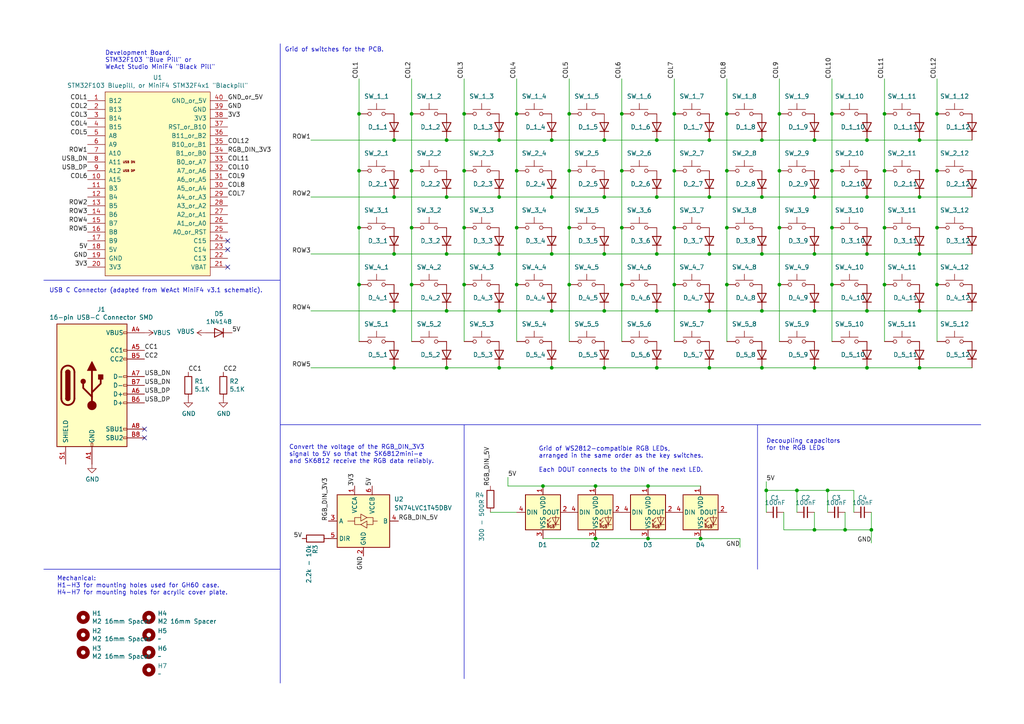
<source format=kicad_sch>
(kicad_sch (version 20230121) (generator eeschema)
  (paper "A4")
  (title_block (title "X-2, ARM-Devboard variant of peej's Lumberjack") (date "2022-07-02") (rev "2022.1") (company "Richard Goulter (github.com/rgoulter)") (comment 1 "Feature: 4x WS2812B RGB LEDs.") (comment 2 "Feature: an External USB-C connector.") (comment 3 "Uses pads common to both the Bluepill devboard and the WeAct MiniF4.") (comment 4 "Keyboard PCB; 12x5 matrix."))
  (junction (at 114.3 106.68))
  (junction (at 210.82 33.02))
  (junction (at 236.22 40.64))
  (junction (at 104.14 66.04))
  (junction (at 175.26 73.66))
  (junction (at 175.26 90.17))
  (junction (at 104.14 33.02))
  (junction (at 241.3 49.53))
  (junction (at 160.02 57.15))
  (junction (at 195.58 82.55))
  (junction (at 190.5 73.66))
  (junction (at 241.3 82.55))
  (junction (at 157.48 140.97))
  (junction (at 172.72 156.21))
  (junction (at 149.86 66.04))
  (junction (at 210.82 49.53))
  (junction (at 104.14 82.55))
  (junction (at 190.5 106.68))
  (junction (at 175.26 40.64))
  (junction (at 180.34 66.04))
  (junction (at 165.1 82.55))
  (junction (at 251.46 106.68))
  (junction (at 114.3 40.64))
  (junction (at 187.96 156.21))
  (junction (at 144.78 106.68))
  (junction (at 266.7 73.66))
  (junction (at 256.54 49.53))
  (junction (at 195.58 49.53))
  (junction (at 129.54 57.15))
  (junction (at 241.3 33.02))
  (junction (at 190.5 90.17))
  (junction (at 220.98 90.17))
  (junction (at 129.54 90.17))
  (junction (at 256.54 66.04))
  (junction (at 149.86 49.53))
  (junction (at 266.7 57.15))
  (junction (at 144.78 90.17))
  (junction (at 226.06 82.55))
  (junction (at 205.74 73.66))
  (junction (at 252.73 153.67))
  (junction (at 236.22 106.68))
  (junction (at 266.7 106.68))
  (junction (at 165.1 66.04))
  (junction (at 256.54 82.55))
  (junction (at 203.2 156.21))
  (junction (at 187.96 140.97))
  (junction (at 175.26 57.15))
  (junction (at 251.46 90.17))
  (junction (at 240.03 142.24))
  (junction (at 165.1 33.02))
  (junction (at 134.62 49.53))
  (junction (at 220.98 57.15))
  (junction (at 195.58 33.02))
  (junction (at 220.98 73.66))
  (junction (at 175.26 106.68))
  (junction (at 241.3 66.04))
  (junction (at 251.46 57.15))
  (junction (at 245.11 153.67))
  (junction (at 205.74 40.64))
  (junction (at 271.78 33.02))
  (junction (at 160.02 73.66))
  (junction (at 231.14 142.24))
  (junction (at 149.86 33.02))
  (junction (at 226.06 49.53))
  (junction (at 220.98 106.68))
  (junction (at 190.5 57.15))
  (junction (at 266.7 90.17))
  (junction (at 210.82 82.55))
  (junction (at 236.22 73.66))
  (junction (at 160.02 106.68))
  (junction (at 144.78 57.15))
  (junction (at 256.54 33.02))
  (junction (at 226.06 66.04))
  (junction (at 271.78 49.53))
  (junction (at 205.74 90.17))
  (junction (at 266.7 40.64))
  (junction (at 236.22 153.67))
  (junction (at 236.22 90.17))
  (junction (at 119.38 33.02))
  (junction (at 114.3 90.17))
  (junction (at 236.22 57.15))
  (junction (at 251.46 40.64))
  (junction (at 114.3 73.66))
  (junction (at 210.82 66.04))
  (junction (at 205.74 57.15))
  (junction (at 271.78 66.04))
  (junction (at 180.34 33.02))
  (junction (at 271.78 82.55))
  (junction (at 160.02 40.64))
  (junction (at 190.5 40.64))
  (junction (at 119.38 49.53))
  (junction (at 165.1 49.53))
  (junction (at 172.72 140.97))
  (junction (at 251.46 73.66))
  (junction (at 222.25 142.24))
  (junction (at 160.02 90.17))
  (junction (at 220.98 40.64))
  (junction (at 195.58 66.04))
  (junction (at 104.14 49.53))
  (junction (at 144.78 40.64))
  (junction (at 144.78 73.66))
  (junction (at 129.54 40.64))
  (junction (at 129.54 106.68))
  (junction (at 114.3 57.15))
  (junction (at 205.74 106.68))
  (junction (at 149.86 82.55))
  (junction (at 119.38 82.55))
  (junction (at 226.06 33.02))
  (junction (at 180.34 49.53))
  (junction (at 134.62 66.04))
  (junction (at 134.62 82.55))
  (junction (at 180.34 82.55))
  (junction (at 129.54 73.66))
  (junction (at 134.62 33.02))
  (junction (at 119.38 66.04))
  (no_connect (at 66.04 77.47))
  (no_connect (at 41.91 124.46))
  (no_connect (at 66.04 69.85))
  (no_connect (at 41.91 127))
  (no_connect (at 66.04 72.39))
  (wire (pts (xy 210.82 49.53) (xy 210.82 66.04)))
  (wire (pts (xy 165.1 33.02) (xy 165.1 49.53)))
  (wire (pts (xy 147.32 140.97) (xy 157.48 140.97)))
  (wire (pts (xy 172.72 156.21) (xy 187.96 156.21)))
  (wire (pts (xy 210.82 66.04) (xy 210.82 82.55)))
  (wire (pts (xy 134.62 49.53) (xy 134.62 66.04)))
  (wire (pts (xy 160.02 90.17) (xy 144.78 90.17)))
  (wire (pts (xy 104.14 49.53) (xy 104.14 66.04)))
  (wire (pts (xy 119.38 49.53) (xy 119.38 66.04)))
  (wire (pts (xy 187.96 156.21) (xy 203.2 156.21)))
  (wire (pts (xy 195.58 33.02) (xy 195.58 49.53)))
  (wire (pts (xy 149.86 66.04) (xy 149.86 82.55)))
  (wire (pts (xy 251.46 73.66) (xy 236.22 73.66)))
  (wire (pts (xy 245.11 148.59) (xy 245.11 153.67)))
  (wire (pts (xy 251.46 106.68) (xy 236.22 106.68)))
  (wire (pts (xy 175.26 73.66) (xy 190.5 73.66)))
  (wire (pts (xy 220.98 73.66) (xy 236.22 73.66)))
  (wire (pts (xy 205.74 106.68) (xy 190.5 106.68)))
  (wire (pts (xy 129.54 90.17) (xy 114.3 90.17)))
  (wire (pts (xy 144.78 106.68) (xy 129.54 106.68)))
  (wire (pts (xy 119.38 82.55) (xy 119.38 99.06)))
  (wire (pts (xy 226.06 66.04) (xy 226.06 82.55)))
  (wire (pts (xy 220.98 40.64) (xy 236.22 40.64)))
  (wire (pts (xy 175.26 57.15) (xy 190.5 57.15)))
  (wire (pts (xy 187.96 140.97) (xy 172.72 140.97)))
  (wire (pts (xy 266.7 106.68) (xy 251.46 106.68)))
  (wire (pts (xy 251.46 73.66) (xy 266.7 73.66)))
  (wire (pts (xy 175.26 57.15) (xy 160.02 57.15)))
  (wire (pts (xy 266.7 40.64) (xy 281.94 40.64)))
  (wire (pts (xy 104.14 33.02) (xy 104.14 49.53)))
  (wire (pts (xy 134.62 82.55) (xy 134.62 99.06)))
  (wire (pts (xy 114.3 57.15) (xy 129.54 57.15)))
  (wire (pts (xy 256.54 66.04) (xy 256.54 82.55)))
  (polyline (pts (xy 81.28 165.1) (xy 12.7 165.1)))
  (polyline (pts (xy 81.28 81.28) (xy 12.7 81.28)))
  (polyline (pts (xy 134.62 123.19) (xy 134.62 196.85)))
  (wire (pts (xy 165.1 49.53) (xy 165.1 66.04)))
  (wire (pts (xy 187.96 140.97) (xy 203.2 140.97)))
  (wire (pts (xy 220.98 90.17) (xy 205.74 90.17)))
  (wire (pts (xy 190.5 40.64) (xy 205.74 40.64)))
  (wire (pts (xy 172.72 140.97) (xy 157.48 140.97)))
  (wire (pts (xy 114.3 106.68) (xy 90.17 106.68)))
  (wire (pts (xy 281.94 73.66) (xy 266.7 73.66)))
  (wire (pts (xy 160.02 40.64) (xy 175.26 40.64)))
  (wire (pts (xy 119.38 33.02) (xy 119.38 49.53)))
  (wire (pts (xy 144.78 40.64) (xy 160.02 40.64)))
  (wire (pts (xy 241.3 22.86) (xy 241.3 33.02)))
  (wire (pts (xy 203.2 156.21) (xy 214.63 156.21)))
  (wire (pts (xy 129.54 106.68) (xy 114.3 106.68)))
  (wire (pts (xy 226.06 22.86) (xy 226.06 33.02)))
  (wire (pts (xy 144.78 73.66) (xy 160.02 73.66)))
  (wire (pts (xy 144.78 57.15) (xy 160.02 57.15)))
  (wire (pts (xy 236.22 57.15) (xy 251.46 57.15)))
  (wire (pts (xy 144.78 90.17) (xy 129.54 90.17)))
  (wire (pts (xy 220.98 106.68) (xy 205.74 106.68)))
  (wire (pts (xy 236.22 148.59) (xy 236.22 153.67)))
  (wire (pts (xy 149.86 82.55) (xy 149.86 99.06)))
  (wire (pts (xy 251.46 90.17) (xy 236.22 90.17)))
  (wire (pts (xy 226.06 33.02) (xy 226.06 49.53)))
  (wire (pts (xy 205.74 90.17) (xy 190.5 90.17)))
  (wire (pts (xy 190.5 57.15) (xy 205.74 57.15)))
  (wire (pts (xy 226.06 82.55) (xy 226.06 99.06)))
  (wire (pts (xy 114.3 90.17) (xy 90.17 90.17)))
  (wire (pts (xy 222.25 142.24) (xy 222.25 148.59)))
  (wire (pts (xy 180.34 22.86) (xy 180.34 33.02)))
  (wire (pts (xy 247.65 148.59) (xy 247.65 142.24)))
  (wire (pts (xy 149.86 22.86) (xy 149.86 33.02)))
  (wire (pts (xy 134.62 33.02) (xy 134.62 49.53)))
  (wire (pts (xy 195.58 22.86) (xy 195.58 33.02)))
  (wire (pts (xy 245.11 153.67) (xy 252.73 153.67)))
  (wire (pts (xy 266.7 57.15) (xy 281.94 57.15)))
  (wire (pts (xy 190.5 90.17) (xy 175.26 90.17)))
  (polyline (pts (xy 81.28 12.7) (xy 81.28 198.12)))
  (wire (pts (xy 119.38 22.86) (xy 119.38 33.02)))
  (wire (pts (xy 180.34 82.55) (xy 180.34 99.06)))
  (wire (pts (xy 231.14 148.59) (xy 231.14 142.24)))
  (wire (pts (xy 214.63 156.21) (xy 214.63 158.75)))
  (wire (pts (xy 236.22 40.64) (xy 251.46 40.64)))
  (wire (pts (xy 281.94 106.68) (xy 266.7 106.68)))
  (wire (pts (xy 157.48 156.21) (xy 172.72 156.21)))
  (wire (pts (xy 251.46 40.64) (xy 266.7 40.64)))
  (wire (pts (xy 149.86 49.53) (xy 149.86 66.04)))
  (wire (pts (xy 195.58 49.53) (xy 195.58 66.04)))
  (wire (pts (xy 190.5 40.64) (xy 175.26 40.64)))
  (wire (pts (xy 251.46 57.15) (xy 266.7 57.15)))
  (wire (pts (xy 236.22 153.67) (xy 245.11 153.67)))
  (wire (pts (xy 104.14 66.04) (xy 104.14 82.55)))
  (wire (pts (xy 175.26 106.68) (xy 190.5 106.68)))
  (wire (pts (xy 175.26 106.68) (xy 160.02 106.68)))
  (wire (pts (xy 241.3 66.04) (xy 241.3 82.55)))
  (wire (pts (xy 134.62 66.04) (xy 134.62 82.55)))
  (wire (pts (xy 180.34 66.04) (xy 180.34 82.55)))
  (wire (pts (xy 240.03 142.24) (xy 231.14 142.24)))
  (wire (pts (xy 281.94 90.17) (xy 266.7 90.17)))
  (wire (pts (xy 147.32 138.43) (xy 147.32 140.97)))
  (wire (pts (xy 256.54 49.53) (xy 256.54 66.04)))
  (wire (pts (xy 195.58 82.55) (xy 195.58 99.06)))
  (wire (pts (xy 271.78 82.55) (xy 271.78 99.06)))
  (wire (pts (xy 226.06 49.53) (xy 226.06 66.04)))
  (wire (pts (xy 266.7 90.17) (xy 251.46 90.17)))
  (wire (pts (xy 241.3 82.55) (xy 241.3 99.06)))
  (wire (pts (xy 180.34 49.53) (xy 180.34 66.04)))
  (wire (pts (xy 256.54 22.86) (xy 256.54 33.02)))
  (wire (pts (xy 104.14 22.86) (xy 104.14 33.02)))
  (wire (pts (xy 241.3 33.02) (xy 241.3 49.53)))
  (wire (pts (xy 210.82 82.55) (xy 210.82 99.06)))
  (wire (pts (xy 240.03 148.59) (xy 240.03 142.24)))
  (wire (pts (xy 210.82 33.02) (xy 210.82 49.53)))
  (wire (pts (xy 205.74 57.15) (xy 220.98 57.15)))
  (wire (pts (xy 129.54 40.64) (xy 144.78 40.64)))
  (wire (pts (xy 205.74 73.66) (xy 220.98 73.66)))
  (wire (pts (xy 160.02 73.66) (xy 175.26 73.66)))
  (wire (pts (xy 114.3 40.64) (xy 129.54 40.64)))
  (wire (pts (xy 205.74 40.64) (xy 220.98 40.64)))
  (wire (pts (xy 210.82 22.86) (xy 210.82 33.02)))
  (wire (pts (xy 256.54 33.02) (xy 256.54 49.53)))
  (wire (pts (xy 190.5 73.66) (xy 205.74 73.66)))
  (wire (pts (xy 241.3 49.53) (xy 241.3 66.04)))
  (wire (pts (xy 271.78 66.04) (xy 271.78 82.55)))
  (wire (pts (xy 247.65 142.24) (xy 240.03 142.24)))
  (wire (pts (xy 227.33 148.59) (xy 227.33 153.67)))
  (wire (pts (xy 252.73 148.59) (xy 252.73 153.67)))
  (wire (pts (xy 149.86 33.02) (xy 149.86 49.53)))
  (wire (pts (xy 180.34 33.02) (xy 180.34 49.53)))
  (wire (pts (xy 129.54 57.15) (xy 144.78 57.15)))
  (wire (pts (xy 160.02 106.68) (xy 144.78 106.68)))
  (wire (pts (xy 256.54 82.55) (xy 256.54 99.06)))
  (wire (pts (xy 252.73 153.67) (xy 252.73 157.48)))
  (polyline (pts (xy 219.71 123.19) (xy 219.71 165.1)))
  (wire (pts (xy 231.14 142.24) (xy 222.25 142.24)))
  (wire (pts (xy 114.3 73.66) (xy 90.17 73.66)))
  (wire (pts (xy 129.54 73.66) (xy 144.78 73.66)))
  (wire (pts (xy 104.14 82.55) (xy 104.14 99.06)))
  (wire (pts (xy 114.3 57.15) (xy 90.17 57.15)))
  (wire (pts (xy 114.3 40.64) (xy 90.17 40.64)))
  (wire (pts (xy 236.22 106.68) (xy 220.98 106.68)))
  (wire (pts (xy 119.38 66.04) (xy 119.38 82.55)))
  (wire (pts (xy 236.22 90.17) (xy 220.98 90.17)))
  (wire (pts (xy 271.78 22.86) (xy 271.78 33.02)))
  (wire (pts (xy 227.33 153.67) (xy 236.22 153.67)))
  (wire (pts (xy 134.62 22.86) (xy 134.62 33.02)))
  (wire (pts (xy 175.26 90.17) (xy 160.02 90.17)))
  (wire (pts (xy 165.1 82.55) (xy 165.1 99.06)))
  (polyline (pts (xy 81.28 123.19) (xy 284.48 123.19)))
  (wire (pts (xy 165.1 66.04) (xy 165.1 82.55)))
  (wire (pts (xy 271.78 49.53) (xy 271.78 66.04)))
  (wire (pts (xy 195.58 66.04) (xy 195.58 82.55)))
  (wire (pts (xy 165.1 22.86) (xy 165.1 33.02)))
  (wire (pts (xy 220.98 57.15) (xy 236.22 57.15)))
  (wire (pts (xy 114.3 73.66) (xy 129.54 73.66)))
  (wire (pts (xy 142.24 148.59) (xy 149.86 148.59)))
  (wire (pts (xy 271.78 33.02) (xy 271.78 49.53)))
  (wire (pts (xy 222.25 139.7) (xy 222.25 142.24)))
  (text "Grid of WS2812-compatible RGB LEDs,\narranged in the same order as the key switches.\n\nEach DOUT connects to the DIN of the next LED." (at 156.21 137.16 0) (effects (font (size 1.27 1.27)) (justify left bottom)))
  (text "USB C Connector (adapted from WeAct MiniF4 v3.1 schematic)." (at 76.2 85.09 0) (effects (font (size 1.27 1.27)) (justify right bottom)))
  (text "Decoupling capacitors\nfor the RGB LEDs" (at 222.25 130.81 0) (effects (font (size 1.27 1.27)) (justify left bottom)))
  (text "Convert the voltage of the RGB_DIN_3V3\nsignal to 5V so that the SK6812mini-e\nand SK6812 receive the RGB data reliably." (at 83.82 134.62 0) (effects (font (size 1.27 1.27)) (justify left bottom)))
  (text "Grid of switches for the PCB." (at 82.55 15.24 0) (effects (font (size 1.27 1.27)) (justify left bottom)))
  (text "Development Board,\nSTM32F103 \"Blue Pill\" or\nWeAct Studio MiniF4 \"Black Pill\"" (at 30.48 20.32 0) (effects (font (size 1.27 1.27)) (justify left bottom)))
  (text "Mechanical:\nH1-H3 for mounting holes used for GH60 case.\nH4-H7 for mounting holes for acrylic cover plate." (at 16.51 172.72 0) (effects (font (size 1.27 1.27)) (justify left bottom)))
  (label "COL8" (at 210.82 22.86 90))
  (label "USB_DP" (at 41.91 116.84 0))
  (label "GND" (at 25.4 74.93 180))
  (label "5V" (at 147.32 138.43 0))
  (label "RGB_DIN_5V" (at 115.57 151.13 0))
  (label "GND" (at 252.73 157.48 180))
  (label "CC2" (at 64.77 107.95 0))
  (label "COL1" (at 104.14 22.86 90))
  (label "COL3" (at 134.62 22.86 90))
  (label "GND" (at 214.63 158.75 180))
  (label "ROW5" (at 90.17 106.68 180))
  (label "GND" (at 66.04 31.75 0))
  (label "CC1" (at 41.91 101.6 0))
  (label "RGB_DIN_3V3" (at 66.04 44.45 0))
  (label "ROW5" (at 25.4 67.31 180))
  (label "USB_DN" (at 25.4 46.99 180))
  (label "COL5" (at 165.1 22.86 90))
  (label "ROW3" (at 25.4 62.23 180))
  (label "3V3" (at 25.4 77.47 180))
  (label "COL10" (at 241.3 22.86 90))
  (label "5V" (at 25.4 72.39 180))
  (label "5V" (at 67.31 96.52 0))
  (label "COL1" (at 25.4 29.21 180))
  (label "RGB_DIN_3V3" (at 95.25 151.13 90))
  (label "ROW3" (at 90.17 73.66 180))
  (label "COL4" (at 149.86 22.86 90))
  (label "ROW2" (at 90.17 57.15 180))
  (label "USB_DP" (at 25.4 49.53 180))
  (label "RGB_DIN_5V" (at 142.24 140.97 90))
  (label "ROW2" (at 25.4 59.69 180))
  (label "COL7" (at 66.04 57.15 0))
  (label "COL10" (at 66.04 49.53 0))
  (label "COL4" (at 25.4 36.83 180))
  (label "COL12" (at 271.78 22.86 90))
  (label "5V" (at 107.95 140.97 90))
  (label "COL11" (at 256.54 22.86 90))
  (label "USB_DN" (at 41.91 109.22 0))
  (label "USB_DN" (at 41.91 111.76 0))
  (label "CC2" (at 41.91 104.14 0))
  (label "5V" (at 222.25 139.7 0))
  (label "ROW1" (at 25.4 44.45 180))
  (label "CC1" (at 54.61 107.95 0))
  (label "COL9" (at 66.04 52.07 0))
  (label "COL2" (at 25.4 31.75 180))
  (label "3V3" (at 102.87 140.97 90))
  (label "COL9" (at 226.06 22.86 90))
  (label "5V" (at 87.63 156.21 180))
  (label "COL12" (at 66.04 41.91 0))
  (label "COL6" (at 25.4 52.07 180))
  (label "ROW4" (at 25.4 64.77 180))
  (label "COL3" (at 25.4 34.29 180))
  (label "3V3" (at 66.04 34.29 0))
  (label "ROW4" (at 90.17 90.17 180))
  (label "USB_DP" (at 41.91 114.3 0))
  (label "COL5" (at 25.4 39.37 180))
  (label "ROW1" (at 90.17 40.64 180))
  (label "COL8" (at 66.04 54.61 0))
  (label "COL2" (at 119.38 22.86 90))
  (label "COL6" (at 180.34 22.86 90))
  (label "GND_or_5V" (at 66.04 29.21 0))
  (label "GND" (at 105.41 161.29 270))
  (label "COL11" (at 66.04 46.99 0))
  (label "COL7" (at 195.58 22.86 90))
  (symbol (lib_id "Switch:SW_Push") (at 109.22 33.02 0) (unit 1)
    (property "Reference" "SW_1_1" (at 109.22 27.94 0))
    (property "Value" "MX-compatible or Kailh Choc v1" (effects hide))
    (property "Footprint" "Library:CherryMX_Choc_Hotswap Single Side" (effects hide))
    (property "Description" "Mechanical Keyboard Switch" (effects hide))
  )
  (symbol (lib_id "LED:WS2812B") (at 157.48 148.59 0) (unit 1)
    (property "Reference" "D1" (at 158.75 158.75 0) (effects (justify right bottom)))
    (property "Value" "SK6812" (effects hide))
    (property "Footprint" "LED_SMD:LED_WS2812B_PLCC4_5.0x5.0mm_P3.2mm" (effects hide))
    (property "Datasheet" "https://cdn-shop.adafruit.com/datasheets/WS2812B.pdf" (effects hide))
    (property "Description" "RGB LED" (effects hide))
  )
  (symbol (lib_id "LED:WS2812B") (at 172.72 148.59 0) (unit 1)
    (property "Reference" "D2" (at 173.99 158.75 0) (effects (justify right bottom)))
    (property "Value" "SK6812" (effects hide))
    (property "Footprint" "LED_SMD:LED_WS2812B_PLCC4_5.0x5.0mm_P3.2mm" (effects hide))
    (property "Datasheet" "https://cdn-shop.adafruit.com/datasheets/WS2812B.pdf" (effects hide))
    (property "Description" "RGB LED" (effects hide))
  )
  (symbol (lib_id "LED:WS2812B") (at 187.96 148.59 0) (unit 1)
    (property "Reference" "D3" (at 189.23 158.75 0) (effects (justify right bottom)))
    (property "Value" "SK6812" (effects hide))
    (property "Footprint" "LED_SMD:LED_WS2812B_PLCC4_5.0x5.0mm_P3.2mm" (effects hide))
    (property "Datasheet" "https://cdn-shop.adafruit.com/datasheets/WS2812B.pdf" (effects hide))
    (property "Description" "RGB LED" (effects hide))
  )
  (symbol (lib_id "LED:WS2812B") (at 203.2 148.59 0) (unit 1)
    (property "Reference" "D4" (at 204.47 158.75 0) (effects (justify right bottom)))
    (property "Value" "SK6812" (effects hide))
    (property "Footprint" "LED_SMD:LED_WS2812B_PLCC4_5.0x5.0mm_P3.2mm" (effects hide))
    (property "Datasheet" "https://cdn-shop.adafruit.com/datasheets/WS2812B.pdf" (effects hide))
    (property "Description" "RGB LED" (effects hide))
  )
  (symbol (lib_id "Mechanical:MountingHole") (at 24.13 179.07 0) (unit 1)
    (property "Reference" "H1" (at 26.67 177.9016 0) (effects (justify left)))
    (property "Value" "M2 16mm Spacer" (at 26.67 180.213 0) (effects (justify left)))
    (property "Footprint" "MountingHole:MountingHole_2.2mm_M2_DIN965_Pad" (effects hide))
    (property "Description" "Acrylic Cover Mounting Hole" (effects hide))
  )
  (symbol (lib_id "Mechanical:MountingHole") (at 24.13 184.15 0) (unit 1)
    (property "Reference" "H2" (at 26.67 182.9816 0) (effects (justify left)))
    (property "Value" "M2 16mm Spacer" (at 26.67 185.293 0) (effects (justify left)))
    (property "Footprint" "MountingHole:MountingHole_2.2mm_M2_DIN965_Pad" (effects hide))
    (property "Description" "Acrylic Cover Mounting Hole" (effects hide))
  )
  (symbol (lib_id "Mechanical:MountingHole") (at 24.13 189.23 0) (unit 1)
    (property "Reference" "H3" (at 26.67 188.0616 0) (effects (justify left)))
    (property "Value" "M2 16mm Spacer" (at 26.67 190.373 0) (effects (justify left)))
    (property "Footprint" "MountingHole:MountingHole_2.2mm_M2_DIN965_Pad" (effects hide))
    (property "Description" "Acrylic Cover Mounting Hole" (effects hide))
  )
  (symbol (lib_id "Mechanical:MountingHole") (at 43.18 179.07 0) (unit 1)
    (property "Reference" "H4" (at 45.72 177.9016 0) (effects (justify left)))
    (property "Value" "M2 16mm Spacer" (at 45.72 180.213 0) (effects (justify left)))
    (property "Footprint" "MountingHole:MountingHole_2.2mm_M2_DIN965_Pad" (effects hide))
    (property "Description" "Acrylic Cover Mounting Hole" (effects hide))
  )
  (symbol (lib_id "Mechanical:MountingHole") (at 43.18 184.15 0) (unit 1)
    (property "Reference" "H5" (at 45.72 182.9816 0) (effects (justify left)))
    (property "Value" "~" (at 45.72 185.293 0) (effects (justify left)))
    (property "Footprint" "ProjectLocal:Bumpon_3M_F0502" (effects hide))
    (property "Description" "GH-60 Case Mounting Hole" (effects hide))
  )
  (symbol (lib_id "Mechanical:MountingHole") (at 43.18 189.23 0) (unit 1)
    (property "Reference" "H6" (at 45.72 188.0616 0) (effects (justify left)))
    (property "Value" "~" (at 45.72 190.373 0) (effects (justify left)))
    (property "Footprint" "ProjectLocal:H_M2_Spacer_Hole" (effects hide))
    (property "Description" "GH-60 Case Mounting Hole" (effects hide))
  )
  (symbol (lib_id "Mechanical:MountingHole") (at 43.18 194.31 0) (unit 1)
    (property "Reference" "H7" (at 45.72 193.1416 0) (effects (justify left)))
    (property "Value" "~" (at 45.72 195.453 0) (effects (justify left)))
    (property "Footprint" "ProjectLocal:H_M2_Spacer_Hole" (effects hide))
    (property "Description" "GH-60 Case Mounting Hole" (effects hide))
  )
  (symbol (lib_id "Device:C_Small") (at 224.79 148.59 270) (unit 1)
    (property "Reference" "C1" (at 224.79 145.1102 90) (effects (justify bottom)))
    (property "Value" "100nF" (at 224.79 145.0848 90) (effects (justify top)))
    (property "Footprint" "ProjectLocal:C_0805_2012Metric_Pad1.18x1.45mm_HandSolder_Dual" (effects hide))
    (property "Description" "Capacitor (Through-hole or 0805)" (effects hide))
  )
  (symbol (lib_id "Logic_LevelTranslator:SN74LVC1T45DBV") (at 105.41 151.13 0) (unit 1)
    (property "Reference" "U2" (at 114.3 144.78 0) (effects (justify left)))
    (property "Value" "SN74LVC1T45DBV" (at 114.3 147.32 0) (effects (justify left)))
    (property "Footprint" "Package_TO_SOT_SMD:SOT-23-6_Handsoldering" (effects hide))
    (property "Datasheet" "http://www.ti.com/lit/ds/symlink/sn74lvc1t45.pdf" (effects hide))
    (property "Description" "Logic Level Shifter" (effects hide))
  )
  (symbol (lib_id "Device:R") (at 91.44 156.21 270) (unit 1)
    (property "Reference" "R3" (at 91.44 157.988 0) (effects (justify left)))
    (property "Value" "2.2k - 10k" (at 90.297 157.988 0) (effects (justify left top)))
    (property "Footprint" "ProjectLocal:Resistor-Hybrid" (effects hide))
    (property "Description" "Resistor (1/4W through-hole, or 0805)" (effects hide))
  )
  (symbol (lib_id "Device:C_Small") (at 233.68 148.59 270) (unit 1)
    (property "Reference" "C2" (at 233.68 145.1102 90) (effects (justify bottom)))
    (property "Value" "100nF" (at 233.68 145.0848 90) (effects (justify top)))
    (property "Footprint" "ProjectLocal:C_0805_2012Metric_Pad1.18x1.45mm_HandSolder_Dual" (effects hide))
    (property "Description" "Capacitor (Through-hole or 0805)" (effects hide))
  )
  (symbol (lib_id "Device:C_Small") (at 250.19 148.59 270) (unit 1)
    (property "Reference" "C4" (at 250.19 145.1102 90) (effects (justify bottom)))
    (property "Value" "100nF" (at 250.19 145.0848 90) (effects (justify top)))
    (property "Footprint" "ProjectLocal:C_0805_2012Metric_Pad1.18x1.45mm_HandSolder_Dual" (effects hide))
    (property "Description" "Capacitor (Through-hole or 0805)" (effects hide))
  )
  (symbol (lib_id "Device:C_Small") (at 242.57 148.59 270) (unit 1)
    (property "Reference" "C3" (at 242.57 145.1102 90) (effects (justify bottom)))
    (property "Value" "100nF" (at 242.57 145.0848 90) (effects (justify top)))
    (property "Footprint" "ProjectLocal:C_0805_2012Metric_Pad1.18x1.45mm_HandSolder_Dual" (effects hide))
    (property "Description" "Capacitor (Through-hole or 0805)" (effects hide))
  )
  (symbol (lib_id "Device:R") (at 142.24 144.78 0) (unit 1)
    (property "Reference" "R4" (at 140.462 143.6116 0) (effects (justify right)))
    (property "Value" "300 - 500R" (at 139.7 144.78 90) (effects (justify right)))
    (property "Footprint" "ProjectLocal:Resistor-Hybrid" (effects hide))
    (property "Description" "Resistor (1/4W through-hole, or 0805)" (effects hide))
  )
  (symbol (lib_id "ProjectLocal:BluePill_or_MiniF4_DIP40") (at 45.72 52.07 0) (unit 1)
    (property "Reference" "U1" (at 45.72 22.479 0))
    (property "Value" "STM32F103 Bluepill, or MiniF4 STM32F4x1 \"Blackpill\"" (at 45.72 24.7904 0))
    (property "Footprint" "Package_DIP:DIP-40_W15.24mm_Socket" (effects hide))
    (property "Description" "DIP-40 STM32 Development Board" (effects hide))
    (property "Comment" "Ideally, use a DIP-40 socket with round pins, or cut down a SIP header with round pins" (effects hide))
  )
  (symbol (lib_id "Connector:USB_C_Receptacle_USB2.0") (at 26.67 111.76 0) (unit 1)
    (property "Reference" "J1" (at 29.3878 89.7382 0))
    (property "Value" "16-pin USB-C Connector SMD" (at 29.3878 92.0496 0))
    (property "Footprint" "Connector_USB:USB_C_Receptacle_XKB_U262-16XN-4BVC11" (effects hide))
    (property "Datasheet" "https://www.usb.org/sites/default/files/documents/usb_type-c.zip" (effects hide))
    (property "Description" "USB-C Connector" (effects hide))
  )
  (symbol (lib_id "Device:D") (at 63.5 96.52 180) (unit 1)
    (property "Reference" "D5" (at 63.5 91.0082 0))
    (property "Value" "1N4148" (at 63.5 93.3196 0))
    (property "Footprint" "Keebio-Parts:Diode-dual" (effects hide))
    (property "Description" "Diode (Through-hole or 0805)" (effects hide))
  )
  (symbol (lib_id "Device:R") (at 54.61 111.76 0) (unit 1)
    (property "Reference" "R1" (at 56.388 110.5916 0) (effects (justify left)))
    (property "Value" "5.1K" (at 56.388 112.903 0) (effects (justify left)))
    (property "Footprint" "ProjectLocal:Resistor-Hybrid" (effects hide))
    (property "Description" "Resistor (1/4W through-hole, or 0805)" (effects hide))
  )
  (symbol (lib_id "Device:R") (at 64.77 111.76 0) (unit 1)
    (property "Reference" "R2" (at 66.548 110.5916 0) (effects (justify left)))
    (property "Value" "5.1K" (at 66.548 112.903 0) (effects (justify left)))
    (property "Footprint" "ProjectLocal:Resistor-Hybrid" (effects hide))
    (property "Description" "Resistor (1/4W through-hole, or 0805)" (effects hide))
  )
  (symbol (lib_id "power:GND") (at 26.67 134.62 0) (unit 1)
    (property "Reference" "#PWR0101" (effects hide))
    (property "Value" "GND" (at 26.797 139.0142 0))
  )
  (symbol (lib_id "power:VBUS") (at 41.91 96.52 270) (unit 1)
    (property "Reference" "#PWR0102" (effects hide))
    (property "Value" "VBUS" (at 46.99 96.52 90))
  )
  (symbol (lib_id "power:VBUS") (at 59.69 96.52 90) (unit 1)
    (property "Reference" "#PWR0103" (effects hide))
    (property "Value" "VBUS" (at 56.4642 96.139 90) (effects (justify left)))
  )
  (symbol (lib_id "power:GND") (at 54.61 115.57 0) (unit 1)
    (property "Reference" "#PWR0104" (effects hide))
    (property "Value" "GND" (at 54.737 119.9642 0))
  )
  (symbol (lib_id "power:GND") (at 64.77 115.57 0) (unit 1)
    (property "Reference" "#PWR0105" (effects hide))
    (property "Value" "GND" (at 64.897 119.9642 0))
  )
  (symbol (lib_id "Device:D") (at 114.3 36.83 90) (unit 1)
    (property "Reference" "D_1_1" (at 106.68 36.83 90) (effects (justify right)))
    (property "Value" "1N4148" (effects hide))
    (property "Footprint" "Keebio-Parts:Diode-dual" (effects hide))
    (property "Description" "Diode (Through-hole or 0805)" (effects hide))
  )
  (symbol (lib_id "Switch:SW_Push") (at 124.46 33.02 0) (unit 1)
    (property "Reference" "SW_1_2" (at 124.46 27.94 0))
    (property "Value" "MX-compatible or Kailh Choc v1" (effects hide))
    (property "Footprint" "Library:CherryMX_Choc_Hotswap Single Side" (effects hide))
    (property "Description" "Mechanical Keyboard Switch" (effects hide))
  )
  (symbol (lib_id "Device:D") (at 129.54 36.83 90) (unit 1)
    (property "Reference" "D_1_2" (at 121.92 36.83 90) (effects (justify right)))
    (property "Value" "1N4148" (effects hide))
    (property "Footprint" "Keebio-Parts:Diode-dual" (effects hide))
    (property "Description" "Diode (Through-hole or 0805)" (effects hide))
  )
  (symbol (lib_id "Switch:SW_Push") (at 139.7 33.02 0) (unit 1)
    (property "Reference" "SW_1_3" (at 139.7 27.94 0))
    (property "Value" "MX-compatible or Kailh Choc v1" (effects hide))
    (property "Footprint" "Library:CherryMX_Choc_Hotswap Single Side" (effects hide))
    (property "Description" "Mechanical Keyboard Switch" (effects hide))
  )
  (symbol (lib_id "Switch:SW_Push") (at 154.94 33.02 0) (unit 1)
    (property "Reference" "SW_1_4" (at 154.94 27.94 0))
    (property "Value" "MX-compatible or Kailh Choc v1" (effects hide))
    (property "Footprint" "Library:CherryMX_Choc_Hotswap Single Side" (effects hide))
    (property "Description" "Mechanical Keyboard Switch" (effects hide))
  )
  (symbol (lib_id "Switch:SW_Push") (at 170.18 33.02 0) (unit 1)
    (property "Reference" "SW_1_5" (at 170.18 27.94 0))
    (property "Value" "MX-compatible or Kailh Choc v1" (effects hide))
    (property "Footprint" "Library:CherryMX_Choc_Hotswap Single Side" (effects hide))
    (property "Description" "Mechanical Keyboard Switch" (effects hide))
  )
  (symbol (lib_id "Switch:SW_Push") (at 185.42 33.02 0) (unit 1)
    (property "Reference" "SW_1_6" (at 185.42 27.94 0))
    (property "Value" "MX-compatible or Kailh Choc v1" (effects hide))
    (property "Footprint" "Library:CherryMX_Choc_Hotswap Single Side" (effects hide))
    (property "Description" "Mechanical Keyboard Switch" (effects hide))
  )
  (symbol (lib_id "Switch:SW_Push") (at 200.66 33.02 0) (unit 1)
    (property "Reference" "SW_1_7" (at 200.66 27.94 0))
    (property "Value" "MX-compatible or Kailh Choc v1" (effects hide))
    (property "Footprint" "Library:CherryMX_Choc_Hotswap Single Side" (effects hide))
    (property "Description" "Mechanical Keyboard Switch" (effects hide))
  )
  (symbol (lib_id "Switch:SW_Push") (at 215.9 33.02 0) (unit 1)
    (property "Reference" "SW_1_8" (at 215.9 27.94 0))
    (property "Value" "MX-compatible or Kailh Choc v1" (effects hide))
    (property "Footprint" "Library:CherryMX_Choc_Hotswap Single Side" (effects hide))
    (property "Description" "Mechanical Keyboard Switch" (effects hide))
  )
  (symbol (lib_id "Switch:SW_Push") (at 231.14 33.02 0) (unit 1)
    (property "Reference" "SW_1_9" (at 231.14 27.94 0))
    (property "Value" "MX-compatible or Kailh Choc v1" (effects hide))
    (property "Footprint" "Library:CherryMX_Choc_Hotswap Single Side" (effects hide))
    (property "Description" "Mechanical Keyboard Switch" (effects hide))
  )
  (symbol (lib_id "Switch:SW_Push") (at 246.38 33.02 0) (unit 1)
    (property "Reference" "SW_1_10" (at 246.38 27.94 0))
    (property "Value" "MX-compatible or Kailh Choc v1" (effects hide))
    (property "Footprint" "Library:CherryMX_Choc_Hotswap Single Side" (effects hide))
    (property "Description" "Mechanical Keyboard Switch" (effects hide))
  )
  (symbol (lib_id "Switch:SW_Push") (at 261.62 33.02 0) (unit 1)
    (property "Reference" "SW_1_11" (at 261.62 27.94 0))
    (property "Value" "MX-compatible or Kailh Choc v1" (effects hide))
    (property "Footprint" "Library:CherryMX_Choc_Hotswap Single Side" (effects hide))
    (property "Description" "Mechanical Keyboard Switch" (effects hide))
  )
  (symbol (lib_id "Switch:SW_Push") (at 276.86 33.02 0) (unit 1)
    (property "Reference" "SW_1_12" (at 276.86 27.94 0))
    (property "Value" "MX-compatible or Kailh Choc v1" (effects hide))
    (property "Footprint" "Library:CherryMX_Choc_Hotswap Single Side" (effects hide))
    (property "Description" "Mechanical Keyboard Switch" (effects hide))
  )
  (symbol (lib_id "Switch:SW_Push") (at 109.22 49.53 0) (unit 1)
    (property "Reference" "SW_2_1" (at 109.22 44.45 0))
    (property "Value" "MX-compatible or Kailh Choc v1" (effects hide))
    (property "Footprint" "Library:CherryMX_Choc_Hotswap Single Side" (effects hide))
    (property "Description" "Mechanical Keyboard Switch" (effects hide))
  )
  (symbol (lib_id "Device:D") (at 114.3 53.34 90) (unit 1)
    (property "Reference" "D_2_1" (at 106.68 53.34 90) (effects (justify right)))
    (property "Value" "1N4148" (effects hide))
    (property "Footprint" "Keebio-Parts:Diode-dual" (effects hide))
    (property "Description" "Diode (Through-hole or 0805)" (effects hide))
  )
  (symbol (lib_id "Switch:SW_Push") (at 109.22 66.04 0) (unit 1)
    (property "Reference" "SW_3_1" (at 109.22 60.96 0))
    (property "Value" "MX-compatible or Kailh Choc v1" (effects hide))
    (property "Footprint" "Library:CherryMX_Choc_Hotswap Single Side" (effects hide))
    (property "Description" "Mechanical Keyboard Switch" (effects hide))
  )
  (symbol (lib_id "Device:D") (at 114.3 69.85 90) (unit 1)
    (property "Reference" "D_3_1" (at 106.68 69.85 90) (effects (justify right)))
    (property "Value" "1N4148" (effects hide))
    (property "Footprint" "Keebio-Parts:Diode-dual" (effects hide))
    (property "Description" "Diode (Through-hole or 0805)" (effects hide))
  )
  (symbol (lib_id "Switch:SW_Push") (at 109.22 82.55 0) (unit 1)
    (property "Reference" "SW_4_1" (at 109.22 77.47 0))
    (property "Value" "MX-compatible or Kailh Choc v1" (effects hide))
    (property "Footprint" "Library:CherryMX_Choc_Hotswap Single Side" (effects hide))
    (property "Description" "Mechanical Keyboard Switch" (effects hide))
  )
  (symbol (lib_id "Device:D") (at 114.3 86.36 90) (unit 1)
    (property "Reference" "D_4_1" (at 106.68 86.36 90) (effects (justify right)))
    (property "Value" "1N4148" (effects hide))
    (property "Footprint" "Keebio-Parts:Diode-dual" (effects hide))
    (property "Description" "Diode (Through-hole or 0805)" (effects hide))
  )
  (symbol (lib_id "Switch:SW_Push") (at 109.22 99.06 0) (unit 1)
    (property "Reference" "SW_5_1" (at 109.22 93.98 0))
    (property "Value" "MX-compatible or Kailh Choc v1" (effects hide))
    (property "Footprint" "Library:CherryMX_Choc_Hotswap Single Side" (effects hide))
    (property "Description" "Mechanical Keyboard Switch" (effects hide))
  )
  (symbol (lib_id "Device:D") (at 114.3 102.87 90) (unit 1)
    (property "Reference" "D_5_1" (at 106.68 102.87 90) (effects (justify right)))
    (property "Value" "1N4148" (effects hide))
    (property "Footprint" "Keebio-Parts:Diode-dual" (effects hide))
    (property "Description" "Diode (Through-hole or 0805)" (effects hide))
  )
  (symbol (lib_id "Switch:SW_Push") (at 124.46 49.53 0) (unit 1)
    (property "Reference" "SW_2_2" (at 124.46 44.45 0))
    (property "Value" "MX-compatible or Kailh Choc v1" (effects hide))
    (property "Footprint" "Library:CherryMX_Choc_Hotswap Single Side" (effects hide))
    (property "Description" "Mechanical Keyboard Switch" (effects hide))
  )
  (symbol (lib_id "Switch:SW_Push") (at 139.7 49.53 0) (unit 1)
    (property "Reference" "SW_2_3" (at 139.7 44.45 0))
    (property "Value" "MX-compatible or Kailh Choc v1" (effects hide))
    (property "Footprint" "Library:CherryMX_Choc_Hotswap Single Side" (effects hide))
    (property "Description" "Mechanical Keyboard Switch" (effects hide))
  )
  (symbol (lib_id "Switch:SW_Push") (at 154.94 49.53 0) (unit 1)
    (property "Reference" "SW_2_4" (at 154.94 44.45 0))
    (property "Value" "MX-compatible or Kailh Choc v1" (effects hide))
    (property "Footprint" "Library:CherryMX_Choc_Hotswap Single Side" (effects hide))
    (property "Description" "Mechanical Keyboard Switch" (effects hide))
  )
  (symbol (lib_id "Switch:SW_Push") (at 170.18 49.53 0) (unit 1)
    (property "Reference" "SW_2_5" (at 170.18 44.45 0))
    (property "Value" "MX-compatible or Kailh Choc v1" (effects hide))
    (property "Footprint" "Library:CherryMX_Choc_Hotswap Single Side" (effects hide))
    (property "Description" "Mechanical Keyboard Switch" (effects hide))
  )
  (symbol (lib_id "Switch:SW_Push") (at 185.42 49.53 0) (unit 1)
    (property "Reference" "SW_2_6" (at 185.42 44.45 0))
    (property "Value" "MX-compatible or Kailh Choc v1" (effects hide))
    (property "Footprint" "Library:CherryMX_Choc_Hotswap Single Side" (effects hide))
    (property "Description" "Mechanical Keyboard Switch" (effects hide))
  )
  (symbol (lib_id "Switch:SW_Push") (at 200.66 49.53 0) (unit 1)
    (property "Reference" "SW_2_7" (at 200.66 44.45 0))
    (property "Value" "MX-compatible or Kailh Choc v1" (effects hide))
    (property "Footprint" "Library:CherryMX_Choc_Hotswap Single Side" (effects hide))
    (property "Description" "Mechanical Keyboard Switch" (effects hide))
  )
  (symbol (lib_id "Switch:SW_Push") (at 215.9 49.53 0) (unit 1)
    (property "Reference" "SW_2_8" (at 215.9 44.45 0))
    (property "Value" "MX-compatible or Kailh Choc v1" (effects hide))
    (property "Footprint" "Library:CherryMX_Choc_Hotswap Single Side" (effects hide))
    (property "Description" "Mechanical Keyboard Switch" (effects hide))
  )
  (symbol (lib_id "Switch:SW_Push") (at 231.14 49.53 0) (unit 1)
    (property "Reference" "SW_2_9" (at 231.14 44.45 0))
    (property "Value" "MX-compatible or Kailh Choc v1" (effects hide))
    (property "Footprint" "Library:CherryMX_Choc_Hotswap Single Side" (effects hide))
    (property "Description" "Mechanical Keyboard Switch" (effects hide))
  )
  (symbol (lib_id "Switch:SW_Push") (at 246.38 49.53 0) (unit 1)
    (property "Reference" "SW_2_10" (at 246.38 44.45 0))
    (property "Value" "MX-compatible or Kailh Choc v1" (effects hide))
    (property "Footprint" "Library:CherryMX_Choc_Hotswap Single Side" (effects hide))
    (property "Description" "Mechanical Keyboard Switch" (effects hide))
  )
  (symbol (lib_id "Switch:SW_Push") (at 261.62 49.53 0) (unit 1)
    (property "Reference" "SW_2_11" (at 261.62 44.45 0))
    (property "Value" "MX-compatible or Kailh Choc v1" (effects hide))
    (property "Footprint" "Library:CherryMX_Choc_Hotswap Single Side" (effects hide))
    (property "Description" "Mechanical Keyboard Switch" (effects hide))
  )
  (symbol (lib_id "Switch:SW_Push") (at 276.86 49.53 0) (unit 1)
    (property "Reference" "SW_2_12" (at 276.86 44.45 0))
    (property "Value" "MX-compatible or Kailh Choc v1" (effects hide))
    (property "Footprint" "Library:CherryMX_Choc_Hotswap Single Side" (effects hide))
    (property "Description" "Mechanical Keyboard Switch" (effects hide))
  )
  (symbol (lib_id "Switch:SW_Push") (at 124.46 66.04 0) (unit 1)
    (property "Reference" "SW_3_2" (at 124.46 60.96 0))
    (property "Value" "MX-compatible or Kailh Choc v1" (effects hide))
    (property "Footprint" "Library:CherryMX_Choc_Hotswap Single Side" (effects hide))
    (property "Description" "Mechanical Keyboard Switch" (effects hide))
  )
  (symbol (lib_id "Switch:SW_Push") (at 139.7 66.04 0) (unit 1)
    (property "Reference" "SW_3_3" (at 139.7 60.96 0))
    (property "Value" "MX-compatible or Kailh Choc v1" (effects hide))
    (property "Footprint" "Library:CherryMX_Choc_Hotswap Single Side" (effects hide))
    (property "Description" "Mechanical Keyboard Switch" (effects hide))
  )
  (symbol (lib_id "Switch:SW_Push") (at 154.94 66.04 0) (unit 1)
    (property "Reference" "SW_3_4" (at 154.94 60.96 0))
    (property "Value" "MX-compatible or Kailh Choc v1" (effects hide))
    (property "Footprint" "Library:CherryMX_Choc_Hotswap Single Side" (effects hide))
    (property "Description" "Mechanical Keyboard Switch" (effects hide))
  )
  (symbol (lib_id "Switch:SW_Push") (at 170.18 66.04 0) (unit 1)
    (property "Reference" "SW_3_5" (at 170.18 60.96 0))
    (property "Value" "MX-compatible or Kailh Choc v1" (effects hide))
    (property "Footprint" "Library:CherryMX_Choc_Hotswap Single Side" (effects hide))
    (property "Description" "Mechanical Keyboard Switch" (effects hide))
  )
  (symbol (lib_id "Switch:SW_Push") (at 185.42 66.04 0) (unit 1)
    (property "Reference" "SW_3_6" (at 185.42 60.96 0))
    (property "Value" "MX-compatible or Kailh Choc v1" (effects hide))
    (property "Footprint" "Library:CherryMX_Choc_Hotswap Single Side" (effects hide))
    (property "Description" "Mechanical Keyboard Switch" (effects hide))
  )
  (symbol (lib_id "Switch:SW_Push") (at 200.66 66.04 0) (unit 1)
    (property "Reference" "SW_3_7" (at 200.66 60.96 0))
    (property "Value" "MX-compatible or Kailh Choc v1" (effects hide))
    (property "Footprint" "Library:CherryMX_Choc_Hotswap Single Side" (effects hide))
    (property "Description" "Mechanical Keyboard Switch" (effects hide))
  )
  (symbol (lib_id "Switch:SW_Push") (at 215.9 66.04 0) (unit 1)
    (property "Reference" "SW_3_8" (at 215.9 60.96 0))
    (property "Value" "MX-compatible or Kailh Choc v1" (effects hide))
    (property "Footprint" "Library:CherryMX_Choc_Hotswap Single Side" (effects hide))
    (property "Description" "Mechanical Keyboard Switch" (effects hide))
  )
  (symbol (lib_id "Switch:SW_Push") (at 231.14 66.04 0) (unit 1)
    (property "Reference" "SW_3_9" (at 231.14 60.96 0))
    (property "Value" "MX-compatible or Kailh Choc v1" (effects hide))
    (property "Footprint" "Library:CherryMX_Choc_Hotswap Single Side" (effects hide))
    (property "Description" "Mechanical Keyboard Switch" (effects hide))
  )
  (symbol (lib_id "Switch:SW_Push") (at 246.38 66.04 0) (unit 1)
    (property "Reference" "SW_3_10" (at 246.38 60.96 0))
    (property "Value" "MX-compatible or Kailh Choc v1" (effects hide))
    (property "Footprint" "Library:CherryMX_Choc_Hotswap Single Side" (effects hide))
    (property "Description" "Mechanical Keyboard Switch" (effects hide))
  )
  (symbol (lib_id "Switch:SW_Push") (at 261.62 66.04 0) (unit 1)
    (property "Reference" "SW_3_11" (at 261.62 60.96 0))
    (property "Value" "MX-compatible or Kailh Choc v1" (effects hide))
    (property "Footprint" "Library:CherryMX_Choc_Hotswap Single Side" (effects hide))
    (property "Description" "Mechanical Keyboard Switch" (effects hide))
  )
  (symbol (lib_id "Switch:SW_Push") (at 276.86 66.04 0) (unit 1)
    (property "Reference" "SW_3_12" (at 276.86 60.96 0))
    (property "Value" "MX-compatible or Kailh Choc v1" (effects hide))
    (property "Footprint" "Library:CherryMX_Choc_Hotswap Single Side" (effects hide))
    (property "Description" "Mechanical Keyboard Switch" (effects hide))
  )
  (symbol (lib_id "Switch:SW_Push") (at 124.46 82.55 0) (unit 1)
    (property "Reference" "SW_4_2" (at 124.46 77.47 0))
    (property "Value" "MX-compatible or Kailh Choc v1" (effects hide))
    (property "Footprint" "Library:CherryMX_Choc_Hotswap Single Side" (effects hide))
    (property "Description" "Mechanical Keyboard Switch" (effects hide))
  )
  (symbol (lib_id "Switch:SW_Push") (at 139.7 82.55 0) (unit 1)
    (property "Reference" "SW_4_3" (at 139.7 77.47 0))
    (property "Value" "MX-compatible or Kailh Choc v1" (effects hide))
    (property "Footprint" "Library:CherryMX_Choc_Hotswap Single Side" (effects hide))
    (property "Description" "Mechanical Keyboard Switch" (effects hide))
  )
  (symbol (lib_id "Switch:SW_Push") (at 154.94 82.55 0) (unit 1)
    (property "Reference" "SW_4_4" (at 154.94 77.47 0))
    (property "Value" "MX-compatible or Kailh Choc v1" (effects hide))
    (property "Footprint" "Library:CherryMX_Choc_Hotswap Single Side" (effects hide))
    (property "Description" "Mechanical Keyboard Switch" (effects hide))
  )
  (symbol (lib_id "Switch:SW_Push") (at 170.18 82.55 0) (unit 1)
    (property "Reference" "SW_4_5" (at 170.18 77.47 0))
    (property "Value" "MX-compatible or Kailh Choc v1" (effects hide))
    (property "Footprint" "Library:CherryMX_Choc_Hotswap Single Side" (effects hide))
    (property "Description" "Mechanical Keyboard Switch" (effects hide))
  )
  (symbol (lib_id "Switch:SW_Push") (at 185.42 82.55 0) (unit 1)
    (property "Reference" "SW_4_6" (at 185.42 77.47 0))
    (property "Value" "MX-compatible or Kailh Choc v1" (effects hide))
    (property "Footprint" "Library:CherryMX_Choc_Hotswap Single Side" (effects hide))
    (property "Description" "Mechanical Keyboard Switch" (effects hide))
  )
  (symbol (lib_id "Switch:SW_Push") (at 200.66 82.55 0) (unit 1)
    (property "Reference" "SW_4_7" (at 200.66 77.47 0))
    (property "Value" "MX-compatible or Kailh Choc v1" (effects hide))
    (property "Footprint" "Library:CherryMX_Choc_Hotswap Single Side" (effects hide))
    (property "Description" "Mechanical Keyboard Switch" (effects hide))
  )
  (symbol (lib_id "Switch:SW_Push") (at 215.9 82.55 0) (unit 1)
    (property "Reference" "SW_4_8" (at 215.9 77.47 0))
    (property "Value" "MX-compatible or Kailh Choc v1" (effects hide))
    (property "Footprint" "Library:CherryMX_Choc_Hotswap Single Side" (effects hide))
    (property "Description" "Mechanical Keyboard Switch" (effects hide))
  )
  (symbol (lib_id "Switch:SW_Push") (at 231.14 82.55 0) (unit 1)
    (property "Reference" "SW_4_9" (at 231.14 77.47 0))
    (property "Value" "MX-compatible or Kailh Choc v1" (effects hide))
    (property "Footprint" "Library:CherryMX_Choc_Hotswap Single Side" (effects hide))
    (property "Description" "Mechanical Keyboard Switch" (effects hide))
  )
  (symbol (lib_id "Switch:SW_Push") (at 246.38 82.55 0) (unit 1)
    (property "Reference" "SW_4_10" (at 246.38 77.47 0))
    (property "Value" "MX-compatible or Kailh Choc v1" (effects hide))
    (property "Footprint" "Library:CherryMX_Choc_Hotswap Single Side" (effects hide))
    (property "Description" "Mechanical Keyboard Switch" (effects hide))
  )
  (symbol (lib_id "Switch:SW_Push") (at 261.62 82.55 0) (unit 1)
    (property "Reference" "SW_4_11" (at 261.62 77.47 0))
    (property "Value" "MX-compatible or Kailh Choc v1" (effects hide))
    (property "Footprint" "Library:CherryMX_Choc_Hotswap Single Side" (effects hide))
    (property "Description" "Mechanical Keyboard Switch" (effects hide))
  )
  (symbol (lib_id "Switch:SW_Push") (at 276.86 82.55 0) (unit 1)
    (property "Reference" "SW_4_12" (at 276.86 77.47 0))
    (property "Value" "MX-compatible or Kailh Choc v1" (effects hide))
    (property "Footprint" "Library:CherryMX_Choc_Hotswap Single Side" (effects hide))
    (property "Description" "Mechanical Keyboard Switch" (effects hide))
  )
  (symbol (lib_id "Switch:SW_Push") (at 124.46 99.06 0) (unit 1)
    (property "Reference" "SW_5_2" (at 124.46 93.98 0))
    (property "Value" "MX-compatible or Kailh Choc v1" (effects hide))
    (property "Footprint" "Library:CherryMX_Choc_Hotswap Single Side" (effects hide))
    (property "Description" "Mechanical Keyboard Switch" (effects hide))
  )
  (symbol (lib_id "Switch:SW_Push") (at 139.7 99.06 0) (unit 1)
    (property "Reference" "SW_5_3" (at 139.7 93.98 0))
    (property "Value" "MX-compatible or Kailh Choc v1" (effects hide))
    (property "Footprint" "Library:CherryMX_Choc_Hotswap Single Side" (effects hide))
    (property "Description" "Mechanical Keyboard Switch" (effects hide))
  )
  (symbol (lib_id "Switch:SW_Push") (at 154.94 99.06 0) (unit 1)
    (property "Reference" "SW_5_4" (at 154.94 93.98 0))
    (property "Value" "MX-compatible or Kailh Choc v1" (effects hide))
    (property "Footprint" "Library:CherryMX_Choc_Hotswap Single Side" (effects hide))
    (property "Description" "Mechanical Keyboard Switch" (effects hide))
  )
  (symbol (lib_id "Switch:SW_Push") (at 170.18 99.06 0) (unit 1)
    (property "Reference" "SW_5_5" (at 170.18 93.98 0))
    (property "Value" "MX-compatible or Kailh Choc v1" (effects hide))
    (property "Footprint" "Library:CherryMX_Choc_Hotswap Single Side" (effects hide))
    (property "Description" "Mechanical Keyboard Switch" (effects hide))
  )
  (symbol (lib_id "Switch:SW_Push") (at 185.42 99.06 0) (unit 1)
    (property "Reference" "SW_5_6" (at 185.42 93.98 0))
    (property "Value" "MX-compatible or Kailh Choc v1" (effects hide))
    (property "Footprint" "Library:CherryMX_Choc_Hotswap Single Side" (effects hide))
    (property "Description" "Mechanical Keyboard Switch" (effects hide))
  )
  (symbol (lib_id "Switch:SW_Push") (at 200.66 99.06 0) (unit 1)
    (property "Reference" "SW_5_7" (at 200.66 93.98 0))
    (property "Value" "MX-compatible or Kailh Choc v1" (effects hide))
    (property "Footprint" "Library:CherryMX_Choc_Hotswap Single Side" (effects hide))
    (property "Description" "Mechanical Keyboard Switch" (effects hide))
  )
  (symbol (lib_id "Switch:SW_Push") (at 215.9 99.06 0) (unit 1)
    (property "Reference" "SW_5_8" (at 215.9 93.98 0))
    (property "Value" "MX-compatible or Kailh Choc v1" (effects hide))
    (property "Footprint" "Library:CherryMX_Choc_Hotswap Single Side" (effects hide))
    (property "Description" "Mechanical Keyboard Switch" (effects hide))
  )
  (symbol (lib_id "Switch:SW_Push") (at 231.14 99.06 0) (unit 1)
    (property "Reference" "SW_5_9" (at 231.14 93.98 0))
    (property "Value" "MX-compatible or Kailh Choc v1" (effects hide))
    (property "Footprint" "Library:CherryMX_Choc_Hotswap Single Side" (effects hide))
    (property "Description" "Mechanical Keyboard Switch" (effects hide))
  )
  (symbol (lib_id "Switch:SW_Push") (at 246.38 99.06 0) (unit 1)
    (property "Reference" "SW_5_10" (at 246.38 93.98 0))
    (property "Value" "MX-compatible or Kailh Choc v1" (effects hide))
    (property "Footprint" "Library:CherryMX_Choc_Hotswap Single Side" (effects hide))
    (property "Description" "Mechanical Keyboard Switch" (effects hide))
  )
  (symbol (lib_id "Switch:SW_Push") (at 261.62 99.06 0) (unit 1)
    (property "Reference" "SW_5_11" (at 261.62 93.98 0))
    (property "Value" "MX-compatible or Kailh Choc v1" (effects hide))
    (property "Footprint" "Library:CherryMX_Choc_Hotswap Single Side" (effects hide))
    (property "Description" "Mechanical Keyboard Switch" (effects hide))
  )
  (symbol (lib_id "Switch:SW_Push") (at 276.86 99.06 0) (unit 1)
    (property "Reference" "SW_5_12" (at 276.86 93.98 0))
    (property "Value" "MX-compatible or Kailh Choc v1" (effects hide))
    (property "Footprint" "Library:CherryMX_Choc_Hotswap Single Side" (effects hide))
    (property "Description" "Mechanical Keyboard Switch" (effects hide))
  )
  (symbol (lib_id "Device:D") (at 144.78 36.83 90) (unit 1)
    (property "Reference" "D_1_3" (at 137.16 36.83 90) (effects (justify right)))
    (property "Value" "1N4148" (effects hide))
    (property "Footprint" "Keebio-Parts:Diode-dual" (effects hide))
    (property "Description" "Diode (Through-hole or 0805)" (effects hide))
  )
  (symbol (lib_id "Device:D") (at 160.02 36.83 90) (unit 1)
    (property "Reference" "D_1_4" (at 152.4 36.83 90) (effects (justify right)))
    (property "Value" "1N4148" (effects hide))
    (property "Footprint" "Keebio-Parts:Diode-dual" (effects hide))
    (property "Description" "Diode (Through-hole or 0805)" (effects hide))
  )
  (symbol (lib_id "Device:D") (at 175.26 36.83 90) (unit 1)
    (property "Reference" "D_1_5" (at 167.64 36.83 90) (effects (justify right)))
    (property "Value" "1N4148" (effects hide))
    (property "Footprint" "Keebio-Parts:Diode-dual" (effects hide))
    (property "Description" "Diode (Through-hole or 0805)" (effects hide))
  )
  (symbol (lib_id "Device:D") (at 190.5 36.83 90) (unit 1)
    (property "Reference" "D_1_6" (at 182.88 36.83 90) (effects (justify right)))
    (property "Value" "1N4148" (effects hide))
    (property "Footprint" "Keebio-Parts:Diode-dual" (effects hide))
    (property "Description" "Diode (Through-hole or 0805)" (effects hide))
  )
  (symbol (lib_id "Device:D") (at 205.74 36.83 90) (unit 1)
    (property "Reference" "D_1_7" (at 198.12 36.83 90) (effects (justify right)))
    (property "Value" "1N4148" (effects hide))
    (property "Footprint" "Keebio-Parts:Diode-dual" (effects hide))
    (property "Description" "Diode (Through-hole or 0805)" (effects hide))
  )
  (symbol (lib_id "Device:D") (at 220.98 36.83 90) (unit 1)
    (property "Reference" "D_1_8" (at 213.36 36.83 90) (effects (justify right)))
    (property "Value" "1N4148" (effects hide))
    (property "Footprint" "Keebio-Parts:Diode-dual" (effects hide))
    (property "Description" "Diode (Through-hole or 0805)" (effects hide))
  )
  (symbol (lib_id "Device:D") (at 236.22 36.83 90) (unit 1)
    (property "Reference" "D_1_9" (at 228.6 36.83 90) (effects (justify right)))
    (property "Value" "1N4148" (effects hide))
    (property "Footprint" "Keebio-Parts:Diode-dual" (effects hide))
    (property "Description" "Diode (Through-hole or 0805)" (effects hide))
  )
  (symbol (lib_id "Device:D") (at 251.46 36.83 90) (unit 1)
    (property "Reference" "D_1_10" (at 243.84 36.83 90) (effects (justify right)))
    (property "Value" "1N4148" (effects hide))
    (property "Footprint" "Keebio-Parts:Diode-dual" (effects hide))
    (property "Description" "Diode (Through-hole or 0805)" (effects hide))
  )
  (symbol (lib_id "Device:D") (at 266.7 36.83 90) (unit 1)
    (property "Reference" "D_1_11" (at 259.08 36.83 90) (effects (justify right)))
    (property "Value" "1N4148" (effects hide))
    (property "Footprint" "Keebio-Parts:Diode-dual" (effects hide))
    (property "Description" "Diode (Through-hole or 0805)" (effects hide))
  )
  (symbol (lib_id "Device:D") (at 281.94 36.83 90) (unit 1)
    (property "Reference" "D_1_12" (at 274.32 36.83 90) (effects (justify right)))
    (property "Value" "1N4148" (effects hide))
    (property "Footprint" "Keebio-Parts:Diode-dual" (effects hide))
    (property "Description" "Diode (Through-hole or 0805)" (effects hide))
  )
  (symbol (lib_id "Device:D") (at 190.5 53.34 90) (unit 1)
    (property "Reference" "D_2_6" (at 182.88 53.34 90) (effects (justify right)))
    (property "Value" "1N4148" (effects hide))
    (property "Footprint" "Keebio-Parts:Diode-dual" (effects hide))
    (property "Description" "Diode (Through-hole or 0805)" (effects hide))
  )
  (symbol (lib_id "Device:D") (at 190.5 69.85 90) (unit 1)
    (property "Reference" "D_3_6" (at 182.88 69.85 90) (effects (justify right)))
    (property "Value" "1N4148" (effects hide))
    (property "Footprint" "Keebio-Parts:Diode-dual" (effects hide))
    (property "Description" "Diode (Through-hole or 0805)" (effects hide))
  )
  (symbol (lib_id "Device:D") (at 190.5 86.36 90) (unit 1)
    (property "Reference" "D_4_6" (at 182.88 86.36 90) (effects (justify right)))
    (property "Value" "1N4148" (effects hide))
    (property "Footprint" "Keebio-Parts:Diode-dual" (effects hide))
    (property "Description" "Diode (Through-hole or 0805)" (effects hide))
  )
  (symbol (lib_id "Device:D") (at 129.54 102.87 90) (unit 1)
    (property "Reference" "D_5_2" (at 121.92 102.87 90) (effects (justify right)))
    (property "Value" "1N4148" (effects hide))
    (property "Footprint" "Keebio-Parts:Diode-dual" (effects hide))
    (property "Description" "Diode (Through-hole or 0805)" (effects hide))
  )
  (symbol (lib_id "Device:D") (at 144.78 102.87 90) (unit 1)
    (property "Reference" "D_5_3" (at 137.16 102.87 90) (effects (justify right)))
    (property "Value" "1N4148" (effects hide))
    (property "Footprint" "Keebio-Parts:Diode-dual" (effects hide))
    (property "Description" "Diode (Through-hole or 0805)" (effects hide))
  )
  (symbol (lib_id "Device:D") (at 160.02 102.87 90) (unit 1)
    (property "Reference" "D_5_4" (at 152.4 102.87 90) (effects (justify right)))
    (property "Value" "1N4148" (effects hide))
    (property "Footprint" "Keebio-Parts:Diode-dual" (effects hide))
    (property "Description" "Diode (Through-hole or 0805)" (effects hide))
  )
  (symbol (lib_id "Device:D") (at 175.26 102.87 90) (unit 1)
    (property "Reference" "D_5_5" (at 167.64 102.87 90) (effects (justify right)))
    (property "Value" "1N4148" (effects hide))
    (property "Footprint" "Keebio-Parts:Diode-dual" (effects hide))
    (property "Description" "Diode (Through-hole or 0805)" (effects hide))
  )
  (symbol (lib_id "Device:D") (at 190.5 102.87 90) (unit 1)
    (property "Reference" "D_5_6" (at 182.88 102.87 90) (effects (justify right)))
    (property "Value" "1N4148" (effects hide))
    (property "Footprint" "Keebio-Parts:Diode-dual" (effects hide))
    (property "Description" "Diode (Through-hole or 0805)" (effects hide))
  )
  (symbol (lib_id "Device:D") (at 205.74 53.34 90) (unit 1)
    (property "Reference" "D_2_7" (at 198.12 53.34 90) (effects (justify right)))
    (property "Value" "1N4148" (effects hide))
    (property "Footprint" "Keebio-Parts:Diode-dual" (effects hide))
    (property "Description" "Diode (Through-hole or 0805)" (effects hide))
  )
  (symbol (lib_id "Device:D") (at 220.98 53.34 90) (unit 1)
    (property "Reference" "D_2_8" (at 213.36 53.34 90) (effects (justify right)))
    (property "Value" "1N4148" (effects hide))
    (property "Footprint" "Keebio-Parts:Diode-dual" (effects hide))
    (property "Description" "Diode (Through-hole or 0805)" (effects hide))
  )
  (symbol (lib_id "Device:D") (at 236.22 53.34 90) (unit 1)
    (property "Reference" "D_2_9" (at 228.6 53.34 90) (effects (justify right)))
    (property "Value" "1N4148" (effects hide))
    (property "Footprint" "Keebio-Parts:Diode-dual" (effects hide))
    (property "Description" "Diode (Through-hole or 0805)" (effects hide))
  )
  (symbol (lib_id "Device:D") (at 251.46 53.34 90) (unit 1)
    (property "Reference" "D_2_10" (at 243.84 53.34 90) (effects (justify right)))
    (property "Value" "1N4148" (effects hide))
    (property "Footprint" "Keebio-Parts:Diode-dual" (effects hide))
    (property "Description" "Diode (Through-hole or 0805)" (effects hide))
  )
  (symbol (lib_id "Device:D") (at 266.7 53.34 90) (unit 1)
    (property "Reference" "D_2_11" (at 259.08 53.34 90) (effects (justify right)))
    (property "Value" "1N4148" (effects hide))
    (property "Footprint" "Keebio-Parts:Diode-dual" (effects hide))
    (property "Description" "Diode (Through-hole or 0805)" (effects hide))
  )
  (symbol (lib_id "Device:D") (at 281.94 53.34 90) (unit 1)
    (property "Reference" "D_2_12" (at 274.32 53.34 90) (effects (justify right)))
    (property "Value" "1N4148" (effects hide))
    (property "Footprint" "Keebio-Parts:Diode-dual" (effects hide))
    (property "Description" "Diode (Through-hole or 0805)" (effects hide))
  )
  (symbol (lib_id "Device:D") (at 205.74 69.85 90) (unit 1)
    (property "Reference" "D_3_7" (at 198.12 69.85 90) (effects (justify right)))
    (property "Value" "1N4148" (effects hide))
    (property "Footprint" "Keebio-Parts:Diode-dual" (effects hide))
    (property "Description" "Diode (Through-hole or 0805)" (effects hide))
  )
  (symbol (lib_id "Device:D") (at 220.98 69.85 90) (unit 1)
    (property "Reference" "D_3_8" (at 213.36 69.85 90) (effects (justify right)))
    (property "Value" "1N4148" (effects hide))
    (property "Footprint" "Keebio-Parts:Diode-dual" (effects hide))
    (property "Description" "Diode (Through-hole or 0805)" (effects hide))
  )
  (symbol (lib_id "Device:D") (at 236.22 69.85 90) (unit 1)
    (property "Reference" "D_3_9" (at 228.6 69.85 90) (effects (justify right)))
    (property "Value" "1N4148" (effects hide))
    (property "Footprint" "Keebio-Parts:Diode-dual" (effects hide))
    (property "Description" "Diode (Through-hole or 0805)" (effects hide))
  )
  (symbol (lib_id "Device:D") (at 251.46 69.85 90) (unit 1)
    (property "Reference" "D_3_10" (at 243.84 69.85 90) (effects (justify right)))
    (property "Value" "1N4148" (effects hide))
    (property "Footprint" "Keebio-Parts:Diode-dual" (effects hide))
    (property "Description" "Diode (Through-hole or 0805)" (effects hide))
  )
  (symbol (lib_id "Device:D") (at 266.7 69.85 90) (unit 1)
    (property "Reference" "D_3_11" (at 259.08 69.85 90) (effects (justify right)))
    (property "Value" "1N4148" (effects hide))
    (property "Footprint" "Keebio-Parts:Diode-dual" (effects hide))
    (property "Description" "Diode (Through-hole or 0805)" (effects hide))
  )
  (symbol (lib_id "Device:D") (at 281.94 69.85 90) (unit 1)
    (property "Reference" "D_3_12" (at 274.32 69.85 90) (effects (justify right)))
    (property "Value" "1N4148" (effects hide))
    (property "Footprint" "Keebio-Parts:Diode-dual" (effects hide))
    (property "Description" "Diode (Through-hole or 0805)" (effects hide))
  )
  (symbol (lib_id "Device:D") (at 205.74 86.36 90) (unit 1)
    (property "Reference" "D_4_7" (at 198.12 86.36 90) (effects (justify right)))
    (property "Value" "1N4148" (effects hide))
    (property "Footprint" "Keebio-Parts:Diode-dual" (effects hide))
    (property "Description" "Diode (Through-hole or 0805)" (effects hide))
  )
  (symbol (lib_id "Device:D") (at 220.98 86.36 90) (unit 1)
    (property "Reference" "D_4_8" (at 213.36 86.36 90) (effects (justify right)))
    (property "Value" "1N4148" (effects hide))
    (property "Footprint" "Keebio-Parts:Diode-dual" (effects hide))
    (property "Description" "Diode (Through-hole or 0805)" (effects hide))
  )
  (symbol (lib_id "Device:D") (at 236.22 86.36 90) (unit 1)
    (property "Reference" "D_4_9" (at 228.6 86.36 90) (effects (justify right)))
    (property "Value" "1N4148" (effects hide))
    (property "Footprint" "Keebio-Parts:Diode-dual" (effects hide))
    (property "Description" "Diode (Through-hole or 0805)" (effects hide))
  )
  (symbol (lib_id "Device:D") (at 251.46 86.36 90) (unit 1)
    (property "Reference" "D_4_10" (at 243.84 86.36 90) (effects (justify right)))
    (property "Value" "1N4148" (effects hide))
    (property "Footprint" "Keebio-Parts:Diode-dual" (effects hide))
    (property "Description" "Diode (Through-hole or 0805)" (effects hide))
  )
  (symbol (lib_id "Device:D") (at 266.7 86.36 90) (unit 1)
    (property "Reference" "D_4_11" (at 259.08 86.36 90) (effects (justify right)))
    (property "Value" "1N4148" (effects hide))
    (property "Footprint" "Keebio-Parts:Diode-dual" (effects hide))
    (property "Description" "Diode (Through-hole or 0805)" (effects hide))
  )
  (symbol (lib_id "Device:D") (at 281.94 86.36 90) (unit 1)
    (property "Reference" "D_4_12" (at 274.32 86.36 90) (effects (justify right)))
    (property "Value" "1N4148" (effects hide))
    (property "Footprint" "Keebio-Parts:Diode-dual" (effects hide))
    (property "Description" "Diode (Through-hole or 0805)" (effects hide))
  )
  (symbol (lib_id "Device:D") (at 205.74 102.87 90) (unit 1)
    (property "Reference" "D_5_7" (at 198.12 102.87 90) (effects (justify right)))
    (property "Value" "1N4148" (effects hide))
    (property "Footprint" "Keebio-Parts:Diode-dual" (effects hide))
    (property "Description" "Diode (Through-hole or 0805)" (effects hide))
  )
  (symbol (lib_id "Device:D") (at 220.98 102.87 90) (unit 1)
    (property "Reference" "D_5_8" (at 213.36 102.87 90) (effects (justify right)))
    (property "Value" "1N4148" (effects hide))
    (property "Footprint" "Keebio-Parts:Diode-dual" (effects hide))
    (property "Description" "Diode (Through-hole or 0805)" (effects hide))
  )
  (symbol (lib_id "Device:D") (at 236.22 102.87 90) (unit 1)
    (property "Reference" "D_5_9" (at 228.6 102.87 90) (effects (justify right)))
    (property "Value" "1N4148" (effects hide))
    (property "Footprint" "Keebio-Parts:Diode-dual" (effects hide))
    (property "Description" "Diode (Through-hole or 0805)" (effects hide))
  )
  (symbol (lib_id "Device:D") (at 251.46 102.87 90) (unit 1)
    (property "Reference" "D_5_10" (at 243.84 102.87 90) (effects (justify right)))
    (property "Value" "1N4148" (effects hide))
    (property "Footprint" "Keebio-Parts:Diode-dual" (effects hide))
    (property "Description" "Diode (Through-hole or 0805)" (effects hide))
  )
  (symbol (lib_id "Device:D") (at 266.7 102.87 90) (unit 1)
    (property "Reference" "D_5_11" (at 259.08 102.87 90) (effects (justify right)))
    (property "Value" "1N4148" (effects hide))
    (property "Footprint" "Keebio-Parts:Diode-dual" (effects hide))
    (property "Description" "Diode (Through-hole or 0805)" (effects hide))
  )
  (symbol (lib_id "Device:D") (at 281.94 102.87 90) (unit 1)
    (property "Reference" "D_5_12" (at 274.32 102.87 90) (effects (justify right)))
    (property "Value" "1N4148" (effects hide))
    (property "Footprint" "Keebio-Parts:Diode-dual" (effects hide))
    (property "Description" "Diode (Through-hole or 0805)" (effects hide))
  )
  (symbol (lib_id "Device:D") (at 129.54 53.34 90) (unit 1)
    (property "Reference" "D_2_2" (at 121.92 53.34 90) (effects (justify right)))
    (property "Value" "1N4148" (effects hide))
    (property "Footprint" "Keebio-Parts:Diode-dual" (effects hide))
    (property "Description" "Diode (Through-hole or 0805)" (effects hide))
  )
  (symbol (lib_id "Device:D") (at 144.78 53.34 90) (unit 1)
    (property "Reference" "D_2_3" (at 137.16 53.34 90) (effects (justify right)))
    (property "Value" "1N4148" (effects hide))
    (property "Footprint" "Keebio-Parts:Diode-dual" (effects hide))
    (property "Description" "Diode (Through-hole or 0805)" (effects hide))
  )
  (symbol (lib_id "Device:D") (at 160.02 53.34 90) (unit 1)
    (property "Reference" "D_2_4" (at 152.4 53.34 90) (effects (justify right)))
    (property "Value" "1N4148" (effects hide))
    (property "Footprint" "Keebio-Parts:Diode-dual" (effects hide))
    (property "Description" "Diode (Through-hole or 0805)" (effects hide))
  )
  (symbol (lib_id "Device:D") (at 175.26 53.34 90) (unit 1)
    (property "Reference" "D_2_5" (at 167.64 53.34 90) (effects (justify right)))
    (property "Value" "1N4148" (effects hide))
    (property "Footprint" "Keebio-Parts:Diode-dual" (effects hide))
    (property "Description" "Diode (Through-hole or 0805)" (effects hide))
  )
  (symbol (lib_id "Device:D") (at 129.54 69.85 90) (unit 1)
    (property "Reference" "D_3_2" (at 121.92 69.85 90) (effects (justify right)))
    (property "Value" "1N4148" (effects hide))
    (property "Footprint" "Keebio-Parts:Diode-dual" (effects hide))
    (property "Description" "Diode (Through-hole or 0805)" (effects hide))
  )
  (symbol (lib_id "Device:D") (at 144.78 69.85 90) (unit 1)
    (property "Reference" "D_3_3" (at 137.16 69.85 90) (effects (justify right)))
    (property "Value" "1N4148" (effects hide))
    (property "Footprint" "Keebio-Parts:Diode-dual" (effects hide))
    (property "Description" "Diode (Through-hole or 0805)" (effects hide))
  )
  (symbol (lib_id "Device:D") (at 160.02 69.85 90) (unit 1)
    (property "Reference" "D_3_4" (at 152.4 69.85 90) (effects (justify right)))
    (property "Value" "1N4148" (effects hide))
    (property "Footprint" "Keebio-Parts:Diode-dual" (effects hide))
    (property "Description" "Diode (Through-hole or 0805)" (effects hide))
  )
  (symbol (lib_id "Device:D") (at 175.26 69.85 90) (unit 1)
    (property "Reference" "D_3_5" (at 167.64 69.85 90) (effects (justify right)))
    (property "Value" "1N4148" (effects hide))
    (property "Footprint" "Keebio-Parts:Diode-dual" (effects hide))
    (property "Description" "Diode (Through-hole or 0805)" (effects hide))
  )
  (symbol (lib_id "Device:D") (at 129.54 86.36 90) (unit 1)
    (property "Reference" "D_4_2" (at 121.92 86.36 90) (effects (justify right)))
    (property "Value" "1N4148" (effects hide))
    (property "Footprint" "Keebio-Parts:Diode-dual" (effects hide))
    (property "Description" "Diode (Through-hole or 0805)" (effects hide))
  )
  (symbol (lib_id "Device:D") (at 144.78 86.36 90) (unit 1)
    (property "Reference" "D_4_3" (at 137.16 86.36 90) (effects (justify right)))
    (property "Value" "1N4148" (effects hide))
    (property "Footprint" "Keebio-Parts:Diode-dual" (effects hide))
    (property "Description" "Diode (Through-hole or 0805)" (effects hide))
  )
  (symbol (lib_id "Device:D") (at 160.02 86.36 90) (unit 1)
    (property "Reference" "D_4_4" (at 152.4 86.36 90) (effects (justify right)))
    (property "Value" "1N4148" (effects hide))
    (property "Footprint" "Keebio-Parts:Diode-dual" (effects hide))
    (property "Description" "Diode (Through-hole or 0805)" (effects hide))
  )
  (symbol (lib_id "Device:D") (at 175.26 86.36 90) (unit 1)
    (property "Reference" "D_4_5" (at 167.64 86.36 90) (effects (justify right)))
    (property "Value" "1N4148" (effects hide))
    (property "Footprint" "Keebio-Parts:Diode-dual" (effects hide))
    (property "Description" "Diode (Through-hole or 0805)" (effects hide))
  )
)
</source>
